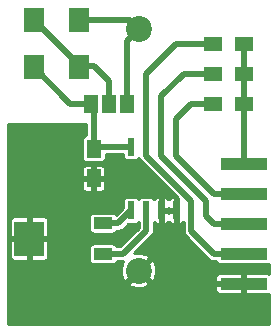
<source format=gtl>
G04 #@! TF.FileFunction,Copper,L1,Top,Signal*
%FSLAX46Y46*%
G04 Gerber Fmt 4.6, Leading zero omitted, Abs format (unit mm)*
G04 Created by KiCad (PCBNEW 0.201508170901+6097~28~ubuntu14.04.1-product) date So 05 Jun 2016 18:42:39 CEST*
%MOMM*%
G01*
G04 APERTURE LIST*
%ADD10C,0.100000*%
%ADD11C,2.200000*%
%ADD12R,1.250000X1.500000*%
%ADD13R,1.500000X1.300000*%
%ADD14R,0.600000X1.550000*%
%ADD15R,1.600000X1.000000*%
%ADD16R,2.500000X3.000000*%
%ADD17R,4.000000X1.000000*%
%ADD18R,1.168400X1.600200*%
%ADD19R,1.700000X2.000000*%
%ADD20C,0.508000*%
%ADD21C,0.254000*%
G04 APERTURE END LIST*
D10*
D11*
X11500000Y-23070000D03*
X11500000Y-2570000D03*
D12*
X7690000Y-12750000D03*
X7690000Y-15250000D03*
D13*
X20470000Y-3840000D03*
X17770000Y-3840000D03*
X20470000Y-6380000D03*
X17770000Y-6380000D03*
X20470000Y-8920000D03*
X17770000Y-8920000D03*
D14*
X10865000Y-17970000D03*
X12135000Y-17970000D03*
X13405000Y-17970000D03*
X14675000Y-17970000D03*
X14675000Y-12570000D03*
X13405000Y-12570000D03*
X12135000Y-12570000D03*
X10865000Y-12570000D03*
D15*
X8490000Y-21650000D03*
X8490000Y-19050000D03*
D16*
X2240000Y-20350000D03*
D17*
X20390000Y-24160000D03*
X20390000Y-21620000D03*
X20390000Y-19080000D03*
X20390000Y-16540000D03*
X20390000Y-14000000D03*
D18*
X10484000Y-8920000D03*
X8960000Y-8920000D03*
X7436000Y-8920000D03*
D19*
X6420000Y-5840000D03*
X6420000Y-1840000D03*
X2610000Y-5840000D03*
X2610000Y-1840000D03*
D20*
X6420000Y-1840000D02*
X10770000Y-1840000D01*
X10770000Y-1840000D02*
X11500000Y-2570000D01*
X11500000Y-2570000D02*
X10484000Y-3586000D01*
X10484000Y-3586000D02*
X10484000Y-8920000D01*
X7436000Y-8920000D02*
X7690000Y-9174000D01*
X7690000Y-9174000D02*
X7690000Y-12750000D01*
X2610000Y-5840000D02*
X5690000Y-8920000D01*
X5690000Y-8920000D02*
X7436000Y-8920000D01*
X10865000Y-12570000D02*
X7870000Y-12570000D01*
X7870000Y-12570000D02*
X7690000Y-12750000D01*
X20470000Y-3840000D02*
X20470000Y-6380000D01*
X20470000Y-6380000D02*
X20470000Y-8920000D01*
X20470000Y-8920000D02*
X20390000Y-9000000D01*
X20390000Y-9000000D02*
X20390000Y-14000000D01*
X14675000Y-12570000D02*
X14675000Y-10190000D01*
X15945000Y-8920000D02*
X17770000Y-8920000D01*
X14675000Y-10190000D02*
X15945000Y-8920000D01*
X20390000Y-16540000D02*
X17850000Y-16540000D01*
X14675000Y-13365000D02*
X14675000Y-12570000D01*
X17850000Y-16540000D02*
X14675000Y-13365000D01*
X20390000Y-19080000D02*
X17850000Y-19080000D01*
X17215000Y-18445000D02*
X17215000Y-17175000D01*
X17850000Y-19080000D02*
X17215000Y-18445000D01*
X19120000Y-19080000D02*
X20390000Y-19080000D01*
X13405000Y-12570000D02*
X13405000Y-8285000D01*
X15310000Y-6380000D02*
X17770000Y-6380000D01*
X13405000Y-8285000D02*
X15310000Y-6380000D01*
X13405000Y-13365000D02*
X13405000Y-12570000D01*
X17215000Y-17175000D02*
X13405000Y-13365000D01*
X20390000Y-21620000D02*
X17850000Y-21620000D01*
X15945000Y-19715000D02*
X15945000Y-19080000D01*
X17850000Y-21620000D02*
X15945000Y-19715000D01*
X20390000Y-21620000D02*
X18485000Y-21620000D01*
X12135000Y-12570000D02*
X12135000Y-6380000D01*
X14675000Y-3840000D02*
X17770000Y-3840000D01*
X12135000Y-6380000D02*
X14675000Y-3840000D01*
X15945000Y-17175000D02*
X13405000Y-14635000D01*
X13405000Y-14635000D02*
X12135000Y-13365000D01*
X12135000Y-13365000D02*
X12135000Y-12570000D01*
X15945000Y-19080000D02*
X15945000Y-17175000D01*
X10865000Y-17970000D02*
X9785000Y-19050000D01*
X9785000Y-19050000D02*
X8490000Y-19050000D01*
X12135000Y-17970000D02*
X12135000Y-19715000D01*
X10200000Y-21650000D02*
X8490000Y-21650000D01*
X12135000Y-19715000D02*
X10200000Y-21650000D01*
X6420000Y-5840000D02*
X6515000Y-5745000D01*
X6515000Y-5745000D02*
X7690000Y-5745000D01*
X8960000Y-7015000D02*
X8960000Y-8920000D01*
X7690000Y-5745000D02*
X8960000Y-7015000D01*
X2610000Y-1840000D02*
X6420000Y-5650000D01*
X6420000Y-5650000D02*
X6420000Y-5840000D01*
D21*
G36*
X7055000Y-11613418D02*
X6923810Y-11638103D01*
X6794135Y-11721546D01*
X6707141Y-11848866D01*
X6676536Y-12000000D01*
X6676536Y-13500000D01*
X6703103Y-13641190D01*
X6786546Y-13770865D01*
X6913866Y-13857859D01*
X7065000Y-13888464D01*
X8315000Y-13888464D01*
X8456190Y-13861897D01*
X8585865Y-13778454D01*
X8672859Y-13651134D01*
X8703464Y-13500000D01*
X8703464Y-13205000D01*
X10176536Y-13205000D01*
X10176536Y-13345000D01*
X10203103Y-13486190D01*
X10286546Y-13615865D01*
X10413866Y-13702859D01*
X10565000Y-13733464D01*
X11165000Y-13733464D01*
X11306190Y-13706897D01*
X11435865Y-13623454D01*
X11500530Y-13528813D01*
X11546926Y-13600915D01*
X11548336Y-13608004D01*
X11685987Y-13814013D01*
X12955987Y-15084013D01*
X14802000Y-16930025D01*
X14802000Y-17843000D01*
X14822000Y-17843000D01*
X14822000Y-18097000D01*
X14802000Y-18097000D01*
X14802000Y-19030750D01*
X14897250Y-19126000D01*
X15050785Y-19126000D01*
X15190819Y-19067996D01*
X15297996Y-18960820D01*
X15310000Y-18931840D01*
X15310000Y-19715000D01*
X15358336Y-19958004D01*
X15495987Y-20164013D01*
X17400987Y-22069013D01*
X17606996Y-22206664D01*
X17850000Y-22255000D01*
X18026938Y-22255000D01*
X18028103Y-22261190D01*
X18111546Y-22390865D01*
X18238866Y-22477859D01*
X18390000Y-22508464D01*
X22390000Y-22508464D01*
X22531190Y-22481897D01*
X22544000Y-22473654D01*
X22544000Y-23311397D01*
X22465786Y-23279000D01*
X20612250Y-23279000D01*
X20517000Y-23374250D01*
X20517000Y-24033000D01*
X20537000Y-24033000D01*
X20537000Y-24287000D01*
X20517000Y-24287000D01*
X20517000Y-24945750D01*
X20612250Y-25041000D01*
X22465786Y-25041000D01*
X22544000Y-25008603D01*
X22544000Y-27544000D01*
X456000Y-27544000D01*
X456000Y-24156153D01*
X10593452Y-24156153D01*
X10718325Y-24361948D01*
X11272234Y-24562739D01*
X11860818Y-24536274D01*
X12232662Y-24382250D01*
X18009000Y-24382250D01*
X18009000Y-24735785D01*
X18067004Y-24875819D01*
X18174180Y-24982996D01*
X18314214Y-25041000D01*
X20167750Y-25041000D01*
X20263000Y-24945750D01*
X20263000Y-24287000D01*
X18104250Y-24287000D01*
X18009000Y-24382250D01*
X12232662Y-24382250D01*
X12281675Y-24361948D01*
X12406548Y-24156153D01*
X11500000Y-23249605D01*
X10593452Y-24156153D01*
X456000Y-24156153D01*
X456000Y-20572250D01*
X609000Y-20572250D01*
X609000Y-21925785D01*
X667004Y-22065819D01*
X774180Y-22172996D01*
X914214Y-22231000D01*
X2017750Y-22231000D01*
X2113000Y-22135750D01*
X2113000Y-20477000D01*
X2367000Y-20477000D01*
X2367000Y-22135750D01*
X2462250Y-22231000D01*
X3565786Y-22231000D01*
X3705820Y-22172996D01*
X3812996Y-22065819D01*
X3871000Y-21925785D01*
X3871000Y-20572250D01*
X3775750Y-20477000D01*
X2367000Y-20477000D01*
X2113000Y-20477000D01*
X704250Y-20477000D01*
X609000Y-20572250D01*
X456000Y-20572250D01*
X456000Y-18774215D01*
X609000Y-18774215D01*
X609000Y-20127750D01*
X704250Y-20223000D01*
X2113000Y-20223000D01*
X2113000Y-18564250D01*
X2367000Y-18564250D01*
X2367000Y-20223000D01*
X3775750Y-20223000D01*
X3871000Y-20127750D01*
X3871000Y-18774215D01*
X3812996Y-18634181D01*
X3728816Y-18550000D01*
X7301536Y-18550000D01*
X7301536Y-19550000D01*
X7328103Y-19691190D01*
X7411546Y-19820865D01*
X7538866Y-19907859D01*
X7690000Y-19938464D01*
X9290000Y-19938464D01*
X9431190Y-19911897D01*
X9560865Y-19828454D01*
X9647859Y-19701134D01*
X9651126Y-19685000D01*
X9785000Y-19685000D01*
X10028004Y-19636664D01*
X10234013Y-19499013D01*
X10599562Y-19133464D01*
X11165000Y-19133464D01*
X11306190Y-19106897D01*
X11435865Y-19023454D01*
X11500000Y-18929589D01*
X11500000Y-19451974D01*
X9936974Y-21015000D01*
X9653062Y-21015000D01*
X9651897Y-21008810D01*
X9568454Y-20879135D01*
X9441134Y-20792141D01*
X9290000Y-20761536D01*
X7690000Y-20761536D01*
X7548810Y-20788103D01*
X7419135Y-20871546D01*
X7332141Y-20998866D01*
X7301536Y-21150000D01*
X7301536Y-22150000D01*
X7328103Y-22291190D01*
X7411546Y-22420865D01*
X7538866Y-22507859D01*
X7690000Y-22538464D01*
X9290000Y-22538464D01*
X9431190Y-22511897D01*
X9560865Y-22428454D01*
X9647859Y-22301134D01*
X9651126Y-22285000D01*
X10200000Y-22285000D01*
X10220131Y-22280996D01*
X10208052Y-22288325D01*
X10007261Y-22842234D01*
X10033726Y-23430818D01*
X10208052Y-23851675D01*
X10413847Y-23976548D01*
X11320395Y-23070000D01*
X11679605Y-23070000D01*
X12586153Y-23976548D01*
X12791948Y-23851675D01*
X12888901Y-23584215D01*
X18009000Y-23584215D01*
X18009000Y-23937750D01*
X18104250Y-24033000D01*
X20263000Y-24033000D01*
X20263000Y-23374250D01*
X20167750Y-23279000D01*
X18314214Y-23279000D01*
X18174180Y-23337004D01*
X18067004Y-23444181D01*
X18009000Y-23584215D01*
X12888901Y-23584215D01*
X12992739Y-23297766D01*
X12966274Y-22709182D01*
X12791948Y-22288325D01*
X12586153Y-22163452D01*
X11679605Y-23070000D01*
X11320395Y-23070000D01*
X11306253Y-23055858D01*
X11485858Y-22876253D01*
X11500000Y-22890395D01*
X12406548Y-21983847D01*
X12281675Y-21778052D01*
X11727766Y-21577261D01*
X11144541Y-21603485D01*
X12584013Y-20164013D01*
X12721664Y-19958004D01*
X12770000Y-19715000D01*
X12770000Y-18931840D01*
X12782004Y-18960820D01*
X12889181Y-19067996D01*
X13029215Y-19126000D01*
X13182750Y-19126000D01*
X13278000Y-19030750D01*
X13278000Y-18097000D01*
X13532000Y-18097000D01*
X13532000Y-19030750D01*
X13627250Y-19126000D01*
X13780785Y-19126000D01*
X13920819Y-19067996D01*
X14027996Y-18960820D01*
X14040000Y-18931840D01*
X14052004Y-18960820D01*
X14159181Y-19067996D01*
X14299215Y-19126000D01*
X14452750Y-19126000D01*
X14548000Y-19030750D01*
X14548000Y-18097000D01*
X14089250Y-18097000D01*
X14040000Y-18146250D01*
X13990750Y-18097000D01*
X13532000Y-18097000D01*
X13278000Y-18097000D01*
X13258000Y-18097000D01*
X13258000Y-17843000D01*
X13278000Y-17843000D01*
X13278000Y-16909250D01*
X13532000Y-16909250D01*
X13532000Y-17843000D01*
X13990750Y-17843000D01*
X14040000Y-17793750D01*
X14089250Y-17843000D01*
X14548000Y-17843000D01*
X14548000Y-16909250D01*
X14452750Y-16814000D01*
X14299215Y-16814000D01*
X14159181Y-16872004D01*
X14052004Y-16979180D01*
X14040000Y-17008160D01*
X14027996Y-16979180D01*
X13920819Y-16872004D01*
X13780785Y-16814000D01*
X13627250Y-16814000D01*
X13532000Y-16909250D01*
X13278000Y-16909250D01*
X13182750Y-16814000D01*
X13029215Y-16814000D01*
X12889181Y-16872004D01*
X12782004Y-16979180D01*
X12769030Y-17010503D01*
X12713454Y-16924135D01*
X12586134Y-16837141D01*
X12435000Y-16806536D01*
X11835000Y-16806536D01*
X11693810Y-16833103D01*
X11564135Y-16916546D01*
X11499470Y-17011187D01*
X11443454Y-16924135D01*
X11316134Y-16837141D01*
X11165000Y-16806536D01*
X10565000Y-16806536D01*
X10423810Y-16833103D01*
X10294135Y-16916546D01*
X10207141Y-17043866D01*
X10176536Y-17195000D01*
X10176536Y-17760438D01*
X9603451Y-18333523D01*
X9568454Y-18279135D01*
X9441134Y-18192141D01*
X9290000Y-18161536D01*
X7690000Y-18161536D01*
X7548810Y-18188103D01*
X7419135Y-18271546D01*
X7332141Y-18398866D01*
X7301536Y-18550000D01*
X3728816Y-18550000D01*
X3705820Y-18527004D01*
X3565786Y-18469000D01*
X2462250Y-18469000D01*
X2367000Y-18564250D01*
X2113000Y-18564250D01*
X2017750Y-18469000D01*
X914214Y-18469000D01*
X774180Y-18527004D01*
X667004Y-18634181D01*
X609000Y-18774215D01*
X456000Y-18774215D01*
X456000Y-15472250D01*
X6684000Y-15472250D01*
X6684000Y-16075786D01*
X6742004Y-16215820D01*
X6849181Y-16322996D01*
X6989215Y-16381000D01*
X7467750Y-16381000D01*
X7563000Y-16285750D01*
X7563000Y-15377000D01*
X7817000Y-15377000D01*
X7817000Y-16285750D01*
X7912250Y-16381000D01*
X8390785Y-16381000D01*
X8530819Y-16322996D01*
X8637996Y-16215820D01*
X8696000Y-16075786D01*
X8696000Y-15472250D01*
X8600750Y-15377000D01*
X7817000Y-15377000D01*
X7563000Y-15377000D01*
X6779250Y-15377000D01*
X6684000Y-15472250D01*
X456000Y-15472250D01*
X456000Y-14424214D01*
X6684000Y-14424214D01*
X6684000Y-15027750D01*
X6779250Y-15123000D01*
X7563000Y-15123000D01*
X7563000Y-14214250D01*
X7817000Y-14214250D01*
X7817000Y-15123000D01*
X8600750Y-15123000D01*
X8696000Y-15027750D01*
X8696000Y-14424214D01*
X8637996Y-14284180D01*
X8530819Y-14177004D01*
X8390785Y-14119000D01*
X7912250Y-14119000D01*
X7817000Y-14214250D01*
X7563000Y-14214250D01*
X7467750Y-14119000D01*
X6989215Y-14119000D01*
X6849181Y-14177004D01*
X6742004Y-14284180D01*
X6684000Y-14424214D01*
X456000Y-14424214D01*
X456000Y-10627000D01*
X7055000Y-10627000D01*
X7055000Y-11613418D01*
X7055000Y-11613418D01*
G37*
X7055000Y-11613418D02*
X6923810Y-11638103D01*
X6794135Y-11721546D01*
X6707141Y-11848866D01*
X6676536Y-12000000D01*
X6676536Y-13500000D01*
X6703103Y-13641190D01*
X6786546Y-13770865D01*
X6913866Y-13857859D01*
X7065000Y-13888464D01*
X8315000Y-13888464D01*
X8456190Y-13861897D01*
X8585865Y-13778454D01*
X8672859Y-13651134D01*
X8703464Y-13500000D01*
X8703464Y-13205000D01*
X10176536Y-13205000D01*
X10176536Y-13345000D01*
X10203103Y-13486190D01*
X10286546Y-13615865D01*
X10413866Y-13702859D01*
X10565000Y-13733464D01*
X11165000Y-13733464D01*
X11306190Y-13706897D01*
X11435865Y-13623454D01*
X11500530Y-13528813D01*
X11546926Y-13600915D01*
X11548336Y-13608004D01*
X11685987Y-13814013D01*
X12955987Y-15084013D01*
X14802000Y-16930025D01*
X14802000Y-17843000D01*
X14822000Y-17843000D01*
X14822000Y-18097000D01*
X14802000Y-18097000D01*
X14802000Y-19030750D01*
X14897250Y-19126000D01*
X15050785Y-19126000D01*
X15190819Y-19067996D01*
X15297996Y-18960820D01*
X15310000Y-18931840D01*
X15310000Y-19715000D01*
X15358336Y-19958004D01*
X15495987Y-20164013D01*
X17400987Y-22069013D01*
X17606996Y-22206664D01*
X17850000Y-22255000D01*
X18026938Y-22255000D01*
X18028103Y-22261190D01*
X18111546Y-22390865D01*
X18238866Y-22477859D01*
X18390000Y-22508464D01*
X22390000Y-22508464D01*
X22531190Y-22481897D01*
X22544000Y-22473654D01*
X22544000Y-23311397D01*
X22465786Y-23279000D01*
X20612250Y-23279000D01*
X20517000Y-23374250D01*
X20517000Y-24033000D01*
X20537000Y-24033000D01*
X20537000Y-24287000D01*
X20517000Y-24287000D01*
X20517000Y-24945750D01*
X20612250Y-25041000D01*
X22465786Y-25041000D01*
X22544000Y-25008603D01*
X22544000Y-27544000D01*
X456000Y-27544000D01*
X456000Y-24156153D01*
X10593452Y-24156153D01*
X10718325Y-24361948D01*
X11272234Y-24562739D01*
X11860818Y-24536274D01*
X12232662Y-24382250D01*
X18009000Y-24382250D01*
X18009000Y-24735785D01*
X18067004Y-24875819D01*
X18174180Y-24982996D01*
X18314214Y-25041000D01*
X20167750Y-25041000D01*
X20263000Y-24945750D01*
X20263000Y-24287000D01*
X18104250Y-24287000D01*
X18009000Y-24382250D01*
X12232662Y-24382250D01*
X12281675Y-24361948D01*
X12406548Y-24156153D01*
X11500000Y-23249605D01*
X10593452Y-24156153D01*
X456000Y-24156153D01*
X456000Y-20572250D01*
X609000Y-20572250D01*
X609000Y-21925785D01*
X667004Y-22065819D01*
X774180Y-22172996D01*
X914214Y-22231000D01*
X2017750Y-22231000D01*
X2113000Y-22135750D01*
X2113000Y-20477000D01*
X2367000Y-20477000D01*
X2367000Y-22135750D01*
X2462250Y-22231000D01*
X3565786Y-22231000D01*
X3705820Y-22172996D01*
X3812996Y-22065819D01*
X3871000Y-21925785D01*
X3871000Y-20572250D01*
X3775750Y-20477000D01*
X2367000Y-20477000D01*
X2113000Y-20477000D01*
X704250Y-20477000D01*
X609000Y-20572250D01*
X456000Y-20572250D01*
X456000Y-18774215D01*
X609000Y-18774215D01*
X609000Y-20127750D01*
X704250Y-20223000D01*
X2113000Y-20223000D01*
X2113000Y-18564250D01*
X2367000Y-18564250D01*
X2367000Y-20223000D01*
X3775750Y-20223000D01*
X3871000Y-20127750D01*
X3871000Y-18774215D01*
X3812996Y-18634181D01*
X3728816Y-18550000D01*
X7301536Y-18550000D01*
X7301536Y-19550000D01*
X7328103Y-19691190D01*
X7411546Y-19820865D01*
X7538866Y-19907859D01*
X7690000Y-19938464D01*
X9290000Y-19938464D01*
X9431190Y-19911897D01*
X9560865Y-19828454D01*
X9647859Y-19701134D01*
X9651126Y-19685000D01*
X9785000Y-19685000D01*
X10028004Y-19636664D01*
X10234013Y-19499013D01*
X10599562Y-19133464D01*
X11165000Y-19133464D01*
X11306190Y-19106897D01*
X11435865Y-19023454D01*
X11500000Y-18929589D01*
X11500000Y-19451974D01*
X9936974Y-21015000D01*
X9653062Y-21015000D01*
X9651897Y-21008810D01*
X9568454Y-20879135D01*
X9441134Y-20792141D01*
X9290000Y-20761536D01*
X7690000Y-20761536D01*
X7548810Y-20788103D01*
X7419135Y-20871546D01*
X7332141Y-20998866D01*
X7301536Y-21150000D01*
X7301536Y-22150000D01*
X7328103Y-22291190D01*
X7411546Y-22420865D01*
X7538866Y-22507859D01*
X7690000Y-22538464D01*
X9290000Y-22538464D01*
X9431190Y-22511897D01*
X9560865Y-22428454D01*
X9647859Y-22301134D01*
X9651126Y-22285000D01*
X10200000Y-22285000D01*
X10220131Y-22280996D01*
X10208052Y-22288325D01*
X10007261Y-22842234D01*
X10033726Y-23430818D01*
X10208052Y-23851675D01*
X10413847Y-23976548D01*
X11320395Y-23070000D01*
X11679605Y-23070000D01*
X12586153Y-23976548D01*
X12791948Y-23851675D01*
X12888901Y-23584215D01*
X18009000Y-23584215D01*
X18009000Y-23937750D01*
X18104250Y-24033000D01*
X20263000Y-24033000D01*
X20263000Y-23374250D01*
X20167750Y-23279000D01*
X18314214Y-23279000D01*
X18174180Y-23337004D01*
X18067004Y-23444181D01*
X18009000Y-23584215D01*
X12888901Y-23584215D01*
X12992739Y-23297766D01*
X12966274Y-22709182D01*
X12791948Y-22288325D01*
X12586153Y-22163452D01*
X11679605Y-23070000D01*
X11320395Y-23070000D01*
X11306253Y-23055858D01*
X11485858Y-22876253D01*
X11500000Y-22890395D01*
X12406548Y-21983847D01*
X12281675Y-21778052D01*
X11727766Y-21577261D01*
X11144541Y-21603485D01*
X12584013Y-20164013D01*
X12721664Y-19958004D01*
X12770000Y-19715000D01*
X12770000Y-18931840D01*
X12782004Y-18960820D01*
X12889181Y-19067996D01*
X13029215Y-19126000D01*
X13182750Y-19126000D01*
X13278000Y-19030750D01*
X13278000Y-18097000D01*
X13532000Y-18097000D01*
X13532000Y-19030750D01*
X13627250Y-19126000D01*
X13780785Y-19126000D01*
X13920819Y-19067996D01*
X14027996Y-18960820D01*
X14040000Y-18931840D01*
X14052004Y-18960820D01*
X14159181Y-19067996D01*
X14299215Y-19126000D01*
X14452750Y-19126000D01*
X14548000Y-19030750D01*
X14548000Y-18097000D01*
X14089250Y-18097000D01*
X14040000Y-18146250D01*
X13990750Y-18097000D01*
X13532000Y-18097000D01*
X13278000Y-18097000D01*
X13258000Y-18097000D01*
X13258000Y-17843000D01*
X13278000Y-17843000D01*
X13278000Y-16909250D01*
X13532000Y-16909250D01*
X13532000Y-17843000D01*
X13990750Y-17843000D01*
X14040000Y-17793750D01*
X14089250Y-17843000D01*
X14548000Y-17843000D01*
X14548000Y-16909250D01*
X14452750Y-16814000D01*
X14299215Y-16814000D01*
X14159181Y-16872004D01*
X14052004Y-16979180D01*
X14040000Y-17008160D01*
X14027996Y-16979180D01*
X13920819Y-16872004D01*
X13780785Y-16814000D01*
X13627250Y-16814000D01*
X13532000Y-16909250D01*
X13278000Y-16909250D01*
X13182750Y-16814000D01*
X13029215Y-16814000D01*
X12889181Y-16872004D01*
X12782004Y-16979180D01*
X12769030Y-17010503D01*
X12713454Y-16924135D01*
X12586134Y-16837141D01*
X12435000Y-16806536D01*
X11835000Y-16806536D01*
X11693810Y-16833103D01*
X11564135Y-16916546D01*
X11499470Y-17011187D01*
X11443454Y-16924135D01*
X11316134Y-16837141D01*
X11165000Y-16806536D01*
X10565000Y-16806536D01*
X10423810Y-16833103D01*
X10294135Y-16916546D01*
X10207141Y-17043866D01*
X10176536Y-17195000D01*
X10176536Y-17760438D01*
X9603451Y-18333523D01*
X9568454Y-18279135D01*
X9441134Y-18192141D01*
X9290000Y-18161536D01*
X7690000Y-18161536D01*
X7548810Y-18188103D01*
X7419135Y-18271546D01*
X7332141Y-18398866D01*
X7301536Y-18550000D01*
X3728816Y-18550000D01*
X3705820Y-18527004D01*
X3565786Y-18469000D01*
X2462250Y-18469000D01*
X2367000Y-18564250D01*
X2113000Y-18564250D01*
X2017750Y-18469000D01*
X914214Y-18469000D01*
X774180Y-18527004D01*
X667004Y-18634181D01*
X609000Y-18774215D01*
X456000Y-18774215D01*
X456000Y-15472250D01*
X6684000Y-15472250D01*
X6684000Y-16075786D01*
X6742004Y-16215820D01*
X6849181Y-16322996D01*
X6989215Y-16381000D01*
X7467750Y-16381000D01*
X7563000Y-16285750D01*
X7563000Y-15377000D01*
X7817000Y-15377000D01*
X7817000Y-16285750D01*
X7912250Y-16381000D01*
X8390785Y-16381000D01*
X8530819Y-16322996D01*
X8637996Y-16215820D01*
X8696000Y-16075786D01*
X8696000Y-15472250D01*
X8600750Y-15377000D01*
X7817000Y-15377000D01*
X7563000Y-15377000D01*
X6779250Y-15377000D01*
X6684000Y-15472250D01*
X456000Y-15472250D01*
X456000Y-14424214D01*
X6684000Y-14424214D01*
X6684000Y-15027750D01*
X6779250Y-15123000D01*
X7563000Y-15123000D01*
X7563000Y-14214250D01*
X7817000Y-14214250D01*
X7817000Y-15123000D01*
X8600750Y-15123000D01*
X8696000Y-15027750D01*
X8696000Y-14424214D01*
X8637996Y-14284180D01*
X8530819Y-14177004D01*
X8390785Y-14119000D01*
X7912250Y-14119000D01*
X7817000Y-14214250D01*
X7563000Y-14214250D01*
X7467750Y-14119000D01*
X6989215Y-14119000D01*
X6849181Y-14177004D01*
X6742004Y-14284180D01*
X6684000Y-14424214D01*
X456000Y-14424214D01*
X456000Y-10627000D01*
X7055000Y-10627000D01*
X7055000Y-11613418D01*
M02*

</source>
